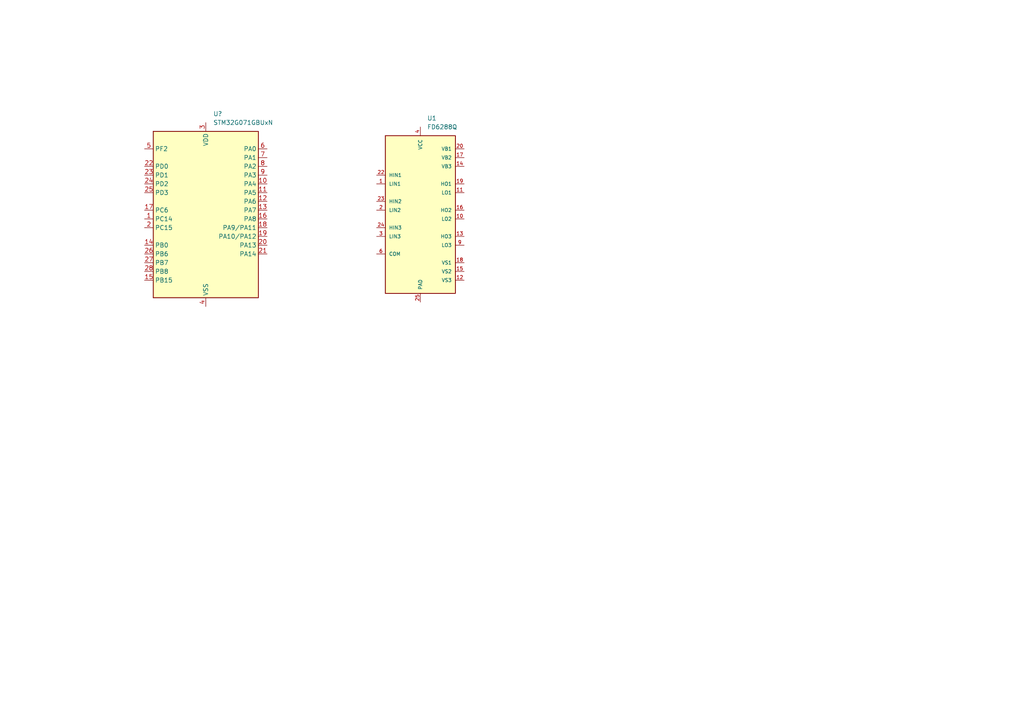
<source format=kicad_sch>
(kicad_sch (version 20250114) (generator "eeschema") (generator_version "9.0")
  (paper "A4")
  (title_block (title "THUNDER HORSE") (date "2026-01-28") (rev "1.0") (company "Chapuzas S.L."))
  (lib_symbols
    (symbol "Custom_Parts:FD6288Q" (pin_names (offset 1.016))
      (property "Reference" "U" (at 3.556 26.67 0))
      (property "Value" "FD6288Q" (at 3.556 24.384 0))
      (symbol "FD6288Q_0_0"
        (rectangle (start -10.16 22.86) (end 10.16 -22.86) (stroke (width 0.254)) (fill (type background)))
      )
      (symbol "FD6288Q_1_0"
        (pin input line (at -12.7 11.43 0) (length 2.54) (name "HIN1") (number "22"))
        (pin input line (at -12.7 8.89 0) (length 2.54) (name "LIN1") (number "1"))
        (pin input line (at -12.7 3.81 0) (length 2.54) (name "HIN2") (number "23"))
        (pin input line (at -12.7 1.27 0) (length 2.54) (name "LIN2") (number "2"))
        (pin input line (at -12.7 -3.81 0) (length 2.54) (name "HIN3") (number "24"))
        (pin input line (at -12.7 -6.35 0) (length 2.54) (name "LIN3") (number "3"))
        (pin power_in line (at -12.7 -11.43 0) (length 2.54) (name "COM") (number "6"))
        (pin power_in line (at 0 25.4 270) (length 2.54) (name "VCC") (number "4"))
        (pin power_in line (at 0 -25.4 90) (length 2.54) (name "PAD") (number "25"))
        (pin power_in line (at 12.7 19.05 180) (length 2.54) (name "VB1") (number "20"))
        (pin power_in line (at 12.7 16.51 180) (length 2.54) (name "VB2") (number "17"))
        (pin power_in line (at 12.7 13.97 180) (length 2.54) (name "VB3") (number "14"))
        (pin output line (at 12.7 8.89 180) (length 2.54) (name "HO1") (number "19"))
        (pin output line (at 12.7 6.35 180) (length 2.54) (name "LO1") (number "11"))
        (pin output line (at 12.7 1.27 180) (length 2.54) (name "HO2") (number "16"))
        (pin output line (at 12.7 -1.27 180) (length 2.54) (name "LO2") (number "10"))
        (pin output line (at 12.7 -6.35 180) (length 2.54) (name "HO3") (number "13"))
        (pin output line (at 12.7 -8.89 180) (length 2.54) (name "LO3") (number "9"))
        (pin power_in line (at 12.7 -13.97 180) (length 2.54) (name "VS1") (number "18"))
        (pin power_in line (at 12.7 -16.51 180) (length 2.54) (name "VS2") (number "15"))
        (pin power_in line (at 12.7 -19.05 180) (length 2.54) (name "VS3") (number "12"))
      )
    )
    (symbol "MCU_ST_STM32G0:STM32G071GBUxN"
      (property "Reference" "U" (at -15.24 26.67 0))
      (property "Value" "STM32G071GBUxN" (at 2.54 26.67 0))
      (symbol "STM32G071GBUxN_0_1"
        (rectangle (start -15.24 -22.86) (end 15.24 25.4) (stroke (width 0.254)) (fill (type background)))
      )
      (symbol "STM32G071GBUxN_1_1"
        (pin bidirectional line (at -17.78 20.32 0) (length 2.54) (name "PF2") (number "5"))
        (pin bidirectional line (at -17.78 15.24 0) (length 2.54) (name "PD0") (number "22"))
        (pin bidirectional line (at -17.78 12.7 0) (length 2.54) (name "PD1") (number "23"))
        (pin bidirectional line (at -17.78 10.16 0) (length 2.54) (name "PD2") (number "24"))
        (pin bidirectional line (at -17.78 7.62 0) (length 2.54) (name "PD3") (number "25"))
        (pin bidirectional line (at -17.78 2.54 0) (length 2.54) (name "PC6") (number "17"))
        (pin bidirectional line (at -17.78 0 0) (length 2.54) (name "PC14") (number "1"))
        (pin bidirectional line (at -17.78 -2.54 0) (length 2.54) (name "PC15") (number "2"))
        (pin bidirectional line (at -17.78 -7.62 0) (length 2.54) (name "PB0") (number "14"))
        (pin bidirectional line (at -17.78 -10.16 0) (length 2.54) (name "PB6") (number "26"))
        (pin bidirectional line (at -17.78 -12.7 0) (length 2.54) (name "PB7") (number "27"))
        (pin bidirectional line (at -17.78 -15.24 0) (length 2.54) (name "PB8") (number "28"))
        (pin bidirectional line (at -17.78 -17.78 0) (length 2.54) (name "PB15") (number "15"))
        (pin power_in line (at 0 27.94 270) (length 2.54) (name "VDD") (number "3"))
        (pin power_in line (at 0 -25.4 90) (length 2.54) (name "VSS") (number "4"))
        (pin bidirectional line (at 17.78 20.32 180) (length 2.54) (name "PA0") (number "6"))
        (pin bidirectional line (at 17.78 17.78 180) (length 2.54) (name "PA1") (number "7"))
        (pin bidirectional line (at 17.78 15.24 180) (length 2.54) (name "PA2") (number "8"))
        (pin bidirectional line (at 17.78 12.7 180) (length 2.54) (name "PA3") (number "9"))
        (pin bidirectional line (at 17.78 10.16 180) (length 2.54) (name "PA4") (number "10"))
        (pin bidirectional line (at 17.78 7.62 180) (length 2.54) (name "PA5") (number "11"))
        (pin bidirectional line (at 17.78 5.08 180) (length 2.54) (name "PA6") (number "12"))
        (pin bidirectional line (at 17.78 2.54 180) (length 2.54) (name "PA7") (number "13"))
        (pin bidirectional line (at 17.78 0 180) (length 2.54) (name "PA8") (number "16"))
        (pin bidirectional line (at 17.78 -2.54 180) (length 2.54) (name "PA9/PA11") (number "18"))
        (pin bidirectional line (at 17.78 -5.08 180) (length 2.54) (name "PA10/PA12") (number "19"))
        (pin bidirectional line (at 17.78 -7.62 180) (length 2.54) (name "PA13") (number "20"))
        (pin bidirectional line (at 17.78 -10.16 180) (length 2.54) (name "PA14") (number "21"))
      )
    )
  )
  (symbol (lib_id "Custom_Parts:FD6288Q") (at 121.92 62.23 0) (unit 1)
    (property "Reference" "U1" (at 123.8886 34.29 0) (effects (justify left)))
    (property "Value" "FD6288Q" (at 123.8886 36.83 0) (effects (justify left)))
    (property "Footprint" "Custom_Parts:FD6288Q" (effects (hide yes)))
    (property "MF" "Fortior Tech" (effects (hide yes)))
    (property "Description_1" "MOS Drivers QFN-24" (effects (hide yes)))
    (property "Package" "Package" (effects (hide yes)))
    (property "Price" "None" (effects (hide yes)))
    (property "Check_prices" "https://www.snapeda.com/parts/FD6288Q/Fortior+Tech/view-part/?ref=eda" (effects (hide yes)))
    (property "STANDARD" "IPC-7351B" (effects (hide yes)))
    (property "SnapEDA_Link" "https://www.snapeda.com/parts/FD6288Q/Fortior+Tech/view-part/?ref=snap" (effects (hide yes)))
    (property "MP" "FD6288Q" (effects (hide yes)))
    (property "Availability" "Not in stock" (effects (hide yes)))
    (property "MANUFACTURER" "Fortior Tech" (effects (hide yes)))
  )
  (symbol (lib_id "MCU_ST_STM32G0:STM32G071GBUxN") (at 59.69 63.5 0) (unit 1)
    (property "Reference" "U?" (at 61.8333 33.02 0) (effects (justify left)))
    (property "Value" "STM32G071GBUxN" (at 61.8333 35.56 0) (effects (justify left)))
    (property "Footprint" "Custom_Parts:QFN-28_4x4mm_P0.5mm" (effects (hide yes)))
    (property "Datasheet" "https://www.st.com/resource/en/datasheet/stm32g071gb.pdf" (effects (hide yes)))
    (property "Description" "STMicroelectronics Arm Cortex-M0+ MCU, 128KB flash, 36KB RAM, 64 MHz, 1.7-3.6V, 26 GPIO, UFQFPN28" (effects (hide yes)))
  )
)
</source>
